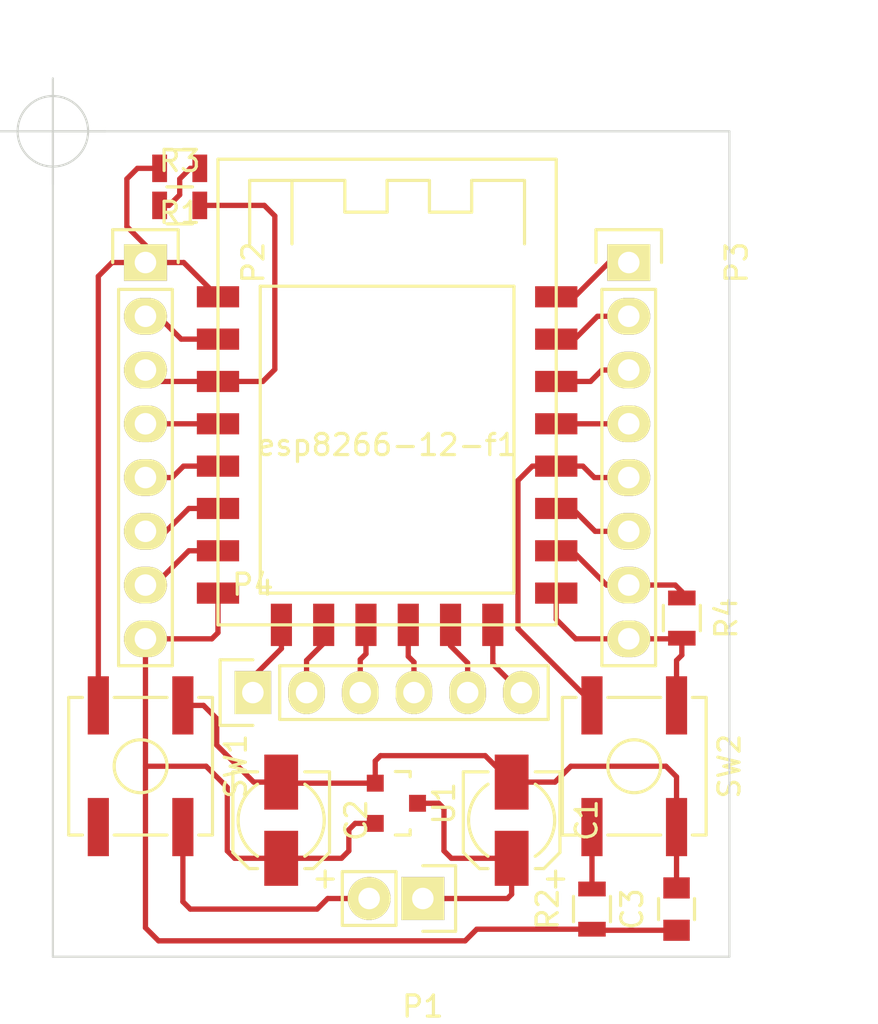
<source format=kicad_pcb>
(kicad_pcb (version 4) (host pcbnew 4.0.4+e1-6308~48~ubuntu16.04.1-stable)

  (general
    (links 48)
    (no_connects 5)
    (area 133.5 67.3 178.421429 115.425)
    (thickness 1.6)
    (drawings 7)
    (tracks 144)
    (zones 0)
    (modules 15)
    (nets 24)
  )

  (page A4)
  (layers
    (0 F.Cu signal)
    (31 B.Cu signal)
    (32 B.Adhes user)
    (33 F.Adhes user)
    (34 B.Paste user)
    (35 F.Paste user)
    (36 B.SilkS user)
    (37 F.SilkS user)
    (38 B.Mask user)
    (39 F.Mask user)
    (40 Dwgs.User user)
    (41 Cmts.User user)
    (42 Eco1.User user)
    (43 Eco2.User user)
    (44 Edge.Cuts user)
    (45 Margin user)
    (46 B.CrtYd user)
    (47 F.CrtYd user hide)
    (48 B.Fab user)
    (49 F.Fab user)
  )

  (setup
    (last_trace_width 0.25)
    (trace_clearance 0.2)
    (zone_clearance 0.508)
    (zone_45_only no)
    (trace_min 0.2)
    (segment_width 0.2)
    (edge_width 0.1)
    (via_size 0.6)
    (via_drill 0.4)
    (via_min_size 0.4)
    (via_min_drill 0.3)
    (uvia_size 0.3)
    (uvia_drill 0.1)
    (uvias_allowed no)
    (uvia_min_size 0.2)
    (uvia_min_drill 0.1)
    (pcb_text_width 0.3)
    (pcb_text_size 1.5 1.5)
    (mod_edge_width 0.15)
    (mod_text_size 1 1)
    (mod_text_width 0.15)
    (pad_size 1.5 1.5)
    (pad_drill 0.6)
    (pad_to_mask_clearance 0)
    (aux_axis_origin 115 77)
    (visible_elements FFFEFF5F)
    (pcbplotparams
      (layerselection 0x00030_80000001)
      (usegerberextensions false)
      (excludeedgelayer true)
      (linewidth 0.100000)
      (plotframeref false)
      (viasonmask false)
      (mode 1)
      (useauxorigin false)
      (hpglpennumber 1)
      (hpglpenspeed 20)
      (hpglpendiameter 15)
      (hpglpenoverlay 2)
      (psnegative false)
      (psa4output false)
      (plotreference true)
      (plotvalue true)
      (plotinvisibletext false)
      (padsonsilk false)
      (subtractmaskfromsilk false)
      (outputformat 1)
      (mirror false)
      (drillshape 1)
      (scaleselection 1)
      (outputdirectory ""))
  )

  (net 0 "")
  (net 1 "Net-(C1-Pad1)")
  (net 2 GND)
  (net 3 VCC)
  (net 4 /RST)
  (net 5 /ADC)
  (net 6 /EN)
  (net 7 /GPIO16)
  (net 8 /GPIO14)
  (net 9 /GPIO12)
  (net 10 /GPIO13)
  (net 11 /CS0)
  (net 12 /MISO)
  (net 13 /GPIO9)
  (net 14 /GPIO10)
  (net 15 /MOSI)
  (net 16 /SCLK)
  (net 17 /GPIO15)
  (net 18 /GPIO2)
  (net 19 /GPIO0)
  (net 20 /GPIO4)
  (net 21 /GPIO5)
  (net 22 /RXD)
  (net 23 /TXD)

  (net_class Default "Это класс цепей по умолчанию."
    (clearance 0.2)
    (trace_width 0.25)
    (via_dia 0.6)
    (via_drill 0.4)
    (uvia_dia 0.3)
    (uvia_drill 0.1)
    (add_net /ADC)
    (add_net /CS0)
    (add_net /EN)
    (add_net /GPIO0)
    (add_net /GPIO10)
    (add_net /GPIO12)
    (add_net /GPIO13)
    (add_net /GPIO14)
    (add_net /GPIO15)
    (add_net /GPIO16)
    (add_net /GPIO2)
    (add_net /GPIO4)
    (add_net /GPIO5)
    (add_net /GPIO9)
    (add_net /MISO)
    (add_net /MOSI)
    (add_net /RST)
    (add_net /RXD)
    (add_net /SCLK)
    (add_net /TXD)
    (add_net GND)
    (add_net "Net-(C1-Pad1)")
    (add_net VCC)
  )

  (module Socket_Strips:Socket_Strip_Straight_1x08 locked (layer F.Cu) (tedit 0) (tstamp 58115C9E)
    (at 163.24 79.2 270)
    (descr "Through hole socket strip")
    (tags "socket strip")
    (path /5811AC52)
    (fp_text reference P3 (at 0 -5.1 270) (layer F.SilkS)
      (effects (font (size 1 1) (thickness 0.15)))
    )
    (fp_text value CONN_01X08 (at 0 -3.1 270) (layer F.Fab)
      (effects (font (size 1 1) (thickness 0.15)))
    )
    (fp_line (start -1.75 -1.75) (end -1.75 1.75) (layer F.CrtYd) (width 0.05))
    (fp_line (start 19.55 -1.75) (end 19.55 1.75) (layer F.CrtYd) (width 0.05))
    (fp_line (start -1.75 -1.75) (end 19.55 -1.75) (layer F.CrtYd) (width 0.05))
    (fp_line (start -1.75 1.75) (end 19.55 1.75) (layer F.CrtYd) (width 0.05))
    (fp_line (start 1.27 1.27) (end 19.05 1.27) (layer F.SilkS) (width 0.15))
    (fp_line (start 19.05 1.27) (end 19.05 -1.27) (layer F.SilkS) (width 0.15))
    (fp_line (start 19.05 -1.27) (end 1.27 -1.27) (layer F.SilkS) (width 0.15))
    (fp_line (start -1.55 1.55) (end 0 1.55) (layer F.SilkS) (width 0.15))
    (fp_line (start 1.27 1.27) (end 1.27 -1.27) (layer F.SilkS) (width 0.15))
    (fp_line (start 0 -1.55) (end -1.55 -1.55) (layer F.SilkS) (width 0.15))
    (fp_line (start -1.55 -1.55) (end -1.55 1.55) (layer F.SilkS) (width 0.15))
    (pad 1 thru_hole rect (at 0 0 270) (size 1.7272 2.032) (drill 1.016) (layers *.Cu *.Mask F.SilkS)
      (net 23 /TXD))
    (pad 2 thru_hole oval (at 2.54 0 270) (size 1.7272 2.032) (drill 1.016) (layers *.Cu *.Mask F.SilkS)
      (net 22 /RXD))
    (pad 3 thru_hole oval (at 5.08 0 270) (size 1.7272 2.032) (drill 1.016) (layers *.Cu *.Mask F.SilkS)
      (net 21 /GPIO5))
    (pad 4 thru_hole oval (at 7.62 0 270) (size 1.7272 2.032) (drill 1.016) (layers *.Cu *.Mask F.SilkS)
      (net 20 /GPIO4))
    (pad 5 thru_hole oval (at 10.16 0 270) (size 1.7272 2.032) (drill 1.016) (layers *.Cu *.Mask F.SilkS)
      (net 19 /GPIO0))
    (pad 6 thru_hole oval (at 12.7 0 270) (size 1.7272 2.032) (drill 1.016) (layers *.Cu *.Mask F.SilkS)
      (net 18 /GPIO2))
    (pad 7 thru_hole oval (at 15.24 0 270) (size 1.7272 2.032) (drill 1.016) (layers *.Cu *.Mask F.SilkS)
      (net 17 /GPIO15))
    (pad 8 thru_hole oval (at 17.78 0 270) (size 1.7272 2.032) (drill 1.016) (layers *.Cu *.Mask F.SilkS)
      (net 2 GND))
    (model Socket_Strips.3dshapes/Socket_Strip_Straight_1x08.wrl
      (at (xyz 0.35 0 0))
      (scale (xyz 1 1 1))
      (rotate (xyz 0 0 180))
    )
  )

  (module Socket_Strips:Socket_Strip_Straight_1x08 locked (layer F.Cu) (tedit 0) (tstamp 58115C87)
    (at 140.38 79.2 270)
    (descr "Through hole socket strip")
    (tags "socket strip")
    (path /5811B8FF)
    (fp_text reference P2 (at 0 -5.1 270) (layer F.SilkS)
      (effects (font (size 1 1) (thickness 0.15)))
    )
    (fp_text value CONN_01X08 (at 0 -3.1 270) (layer F.Fab)
      (effects (font (size 1 1) (thickness 0.15)))
    )
    (fp_line (start -1.75 -1.75) (end -1.75 1.75) (layer F.CrtYd) (width 0.05))
    (fp_line (start 19.55 -1.75) (end 19.55 1.75) (layer F.CrtYd) (width 0.05))
    (fp_line (start -1.75 -1.75) (end 19.55 -1.75) (layer F.CrtYd) (width 0.05))
    (fp_line (start -1.75 1.75) (end 19.55 1.75) (layer F.CrtYd) (width 0.05))
    (fp_line (start 1.27 1.27) (end 19.05 1.27) (layer F.SilkS) (width 0.15))
    (fp_line (start 19.05 1.27) (end 19.05 -1.27) (layer F.SilkS) (width 0.15))
    (fp_line (start 19.05 -1.27) (end 1.27 -1.27) (layer F.SilkS) (width 0.15))
    (fp_line (start -1.55 1.55) (end 0 1.55) (layer F.SilkS) (width 0.15))
    (fp_line (start 1.27 1.27) (end 1.27 -1.27) (layer F.SilkS) (width 0.15))
    (fp_line (start 0 -1.55) (end -1.55 -1.55) (layer F.SilkS) (width 0.15))
    (fp_line (start -1.55 -1.55) (end -1.55 1.55) (layer F.SilkS) (width 0.15))
    (pad 1 thru_hole rect (at 0 0 270) (size 1.7272 2.032) (drill 1.016) (layers *.Cu *.Mask F.SilkS)
      (net 4 /RST))
    (pad 2 thru_hole oval (at 2.54 0 270) (size 1.7272 2.032) (drill 1.016) (layers *.Cu *.Mask F.SilkS)
      (net 5 /ADC))
    (pad 3 thru_hole oval (at 5.08 0 270) (size 1.7272 2.032) (drill 1.016) (layers *.Cu *.Mask F.SilkS)
      (net 6 /EN))
    (pad 4 thru_hole oval (at 7.62 0 270) (size 1.7272 2.032) (drill 1.016) (layers *.Cu *.Mask F.SilkS)
      (net 7 /GPIO16))
    (pad 5 thru_hole oval (at 10.16 0 270) (size 1.7272 2.032) (drill 1.016) (layers *.Cu *.Mask F.SilkS)
      (net 8 /GPIO14))
    (pad 6 thru_hole oval (at 12.7 0 270) (size 1.7272 2.032) (drill 1.016) (layers *.Cu *.Mask F.SilkS)
      (net 9 /GPIO12))
    (pad 7 thru_hole oval (at 15.24 0 270) (size 1.7272 2.032) (drill 1.016) (layers *.Cu *.Mask F.SilkS)
      (net 10 /GPIO13))
    (pad 8 thru_hole oval (at 17.78 0 270) (size 1.7272 2.032) (drill 1.016) (layers *.Cu *.Mask F.SilkS)
      (net 3 VCC))
    (model Socket_Strips.3dshapes/Socket_Strip_Straight_1x08.wrl
      (at (xyz 0.35 0 0))
      (scale (xyz 1 1 1))
      (rotate (xyz 0 0 180))
    )
  )

  (module Buttons_Switches_SMD:SW_SPST_B3SL-1002P placed (layer F.Cu) (tedit 56ED9E57) (tstamp 58115D15)
    (at 163.5 103 270)
    (descr "Middle Stroke Tactile Switch, B3SL")
    (tags "Middle Stroke Tactile Switch")
    (path /58118E9E)
    (attr smd)
    (fp_text reference SW2 (at 0 -4.5 270) (layer F.SilkS)
      (effects (font (size 1 1) (thickness 0.15)))
    )
    (fp_text value SW_PUSH (at 0 4.75 270) (layer F.Fab)
      (effects (font (size 1 1) (thickness 0.15)))
    )
    (fp_circle (center 0 0) (end 1.25 0) (layer F.SilkS) (width 0.15))
    (fp_line (start -4.5 3.65) (end 4.5 3.65) (layer F.CrtYd) (width 0.05))
    (fp_line (start 4.5 3.65) (end 4.5 -3.65) (layer F.CrtYd) (width 0.05))
    (fp_line (start 4.5 -3.65) (end -4.5 -3.65) (layer F.CrtYd) (width 0.05))
    (fp_line (start -4.5 -3.65) (end -4.5 3.65) (layer F.CrtYd) (width 0.05))
    (fp_line (start 3.25 2.75) (end 3.25 3.4) (layer F.SilkS) (width 0.15))
    (fp_line (start 3.25 3.4) (end -3.25 3.4) (layer F.SilkS) (width 0.15))
    (fp_line (start -3.25 3.4) (end -3.25 2.75) (layer F.SilkS) (width 0.15))
    (fp_line (start 3.25 -2.75) (end 3.25 -3.4) (layer F.SilkS) (width 0.15))
    (fp_line (start 3.25 -3.4) (end -3.25 -3.4) (layer F.SilkS) (width 0.15))
    (fp_line (start -3.25 -3.4) (end -3.25 -2.75) (layer F.SilkS) (width 0.15))
    (fp_line (start 3.25 -1.25) (end 3.25 1.25) (layer F.SilkS) (width 0.15))
    (fp_line (start -3.25 -1.25) (end -3.25 1.25) (layer F.SilkS) (width 0.15))
    (fp_line (start -3.1 -3.25) (end 3.1 -3.25) (layer F.Fab) (width 0.15))
    (fp_line (start 3.1 -3.25) (end 3.1 3.25) (layer F.Fab) (width 0.15))
    (fp_line (start 3.1 3.25) (end -3.1 3.25) (layer F.Fab) (width 0.15))
    (fp_line (start -3.1 3.25) (end -3.1 -3.25) (layer F.Fab) (width 0.15))
    (pad 1 smd rect (at -2.875 -2 270) (size 2.75 1) (layers F.Cu F.Paste F.Mask)
      (net 2 GND))
    (pad 1 smd rect (at 2.875 -2 270) (size 2.75 1) (layers F.Cu F.Paste F.Mask)
      (net 2 GND))
    (pad 2 smd rect (at 2.875 2 270) (size 2.75 1) (layers F.Cu F.Paste F.Mask)
      (net 19 /GPIO0))
    (pad 2 smd rect (at -2.875 2 270) (size 2.75 1) (layers F.Cu F.Paste F.Mask)
      (net 19 /GPIO0))
  )

  (module Buttons_Switches_SMD:SW_SPST_B3SL-1002P placed (layer F.Cu) (tedit 56ED9E57) (tstamp 58115CFC)
    (at 140.15 103 270)
    (descr "Middle Stroke Tactile Switch, B3SL")
    (tags "Middle Stroke Tactile Switch")
    (path /581186E4)
    (attr smd)
    (fp_text reference SW1 (at 0 -4.5 270) (layer F.SilkS)
      (effects (font (size 1 1) (thickness 0.15)))
    )
    (fp_text value SW_PUSH (at 0 4.75 270) (layer F.Fab)
      (effects (font (size 1 1) (thickness 0.15)))
    )
    (fp_circle (center 0 0) (end 1.25 0) (layer F.SilkS) (width 0.15))
    (fp_line (start -4.5 3.65) (end 4.5 3.65) (layer F.CrtYd) (width 0.05))
    (fp_line (start 4.5 3.65) (end 4.5 -3.65) (layer F.CrtYd) (width 0.05))
    (fp_line (start 4.5 -3.65) (end -4.5 -3.65) (layer F.CrtYd) (width 0.05))
    (fp_line (start -4.5 -3.65) (end -4.5 3.65) (layer F.CrtYd) (width 0.05))
    (fp_line (start 3.25 2.75) (end 3.25 3.4) (layer F.SilkS) (width 0.15))
    (fp_line (start 3.25 3.4) (end -3.25 3.4) (layer F.SilkS) (width 0.15))
    (fp_line (start -3.25 3.4) (end -3.25 2.75) (layer F.SilkS) (width 0.15))
    (fp_line (start 3.25 -2.75) (end 3.25 -3.4) (layer F.SilkS) (width 0.15))
    (fp_line (start 3.25 -3.4) (end -3.25 -3.4) (layer F.SilkS) (width 0.15))
    (fp_line (start -3.25 -3.4) (end -3.25 -2.75) (layer F.SilkS) (width 0.15))
    (fp_line (start 3.25 -1.25) (end 3.25 1.25) (layer F.SilkS) (width 0.15))
    (fp_line (start -3.25 -1.25) (end -3.25 1.25) (layer F.SilkS) (width 0.15))
    (fp_line (start -3.1 -3.25) (end 3.1 -3.25) (layer F.Fab) (width 0.15))
    (fp_line (start 3.1 -3.25) (end 3.1 3.25) (layer F.Fab) (width 0.15))
    (fp_line (start 3.1 3.25) (end -3.1 3.25) (layer F.Fab) (width 0.15))
    (fp_line (start -3.1 3.25) (end -3.1 -3.25) (layer F.Fab) (width 0.15))
    (pad 1 smd rect (at -2.875 -2 270) (size 2.75 1) (layers F.Cu F.Paste F.Mask)
      (net 2 GND))
    (pad 1 smd rect (at 2.875 -2 270) (size 2.75 1) (layers F.Cu F.Paste F.Mask)
      (net 2 GND))
    (pad 2 smd rect (at 2.875 2 270) (size 2.75 1) (layers F.Cu F.Paste F.Mask)
      (net 4 /RST))
    (pad 2 smd rect (at -2.875 2 270) (size 2.75 1) (layers F.Cu F.Paste F.Mask)
      (net 4 /RST))
  )

  (module Capacitors_SMD:c_elec_4x5.8 placed (layer F.Cu) (tedit 57FA4419) (tstamp 58115C05)
    (at 157.7 105.55 90)
    (descr "SMT capacitor, aluminium electrolytic, 4x5.8")
    (path /5811CEF2)
    (attr smd)
    (fp_text reference C1 (at 0 3.5433 90) (layer F.SilkS)
      (effects (font (size 1 1) (thickness 0.15)))
    )
    (fp_text value 10μf (at 0 -3.5433 90) (layer F.Fab)
      (effects (font (size 1 1) (thickness 0.15)))
    )
    (fp_text user + (at -1.1176 -0.0635 90) (layer F.Fab)
      (effects (font (size 1 1) (thickness 0.15)))
    )
    (fp_line (start 2.1336 2.1336) (end 2.1336 -2.1336) (layer F.Fab) (width 0.15))
    (fp_line (start -1.4605 2.1336) (end 2.1336 2.1336) (layer F.Fab) (width 0.15))
    (fp_line (start -2.1336 1.4605) (end -1.4605 2.1336) (layer F.Fab) (width 0.15))
    (fp_line (start -2.1336 -1.4605) (end -2.1336 1.4605) (layer F.Fab) (width 0.15))
    (fp_line (start -1.4605 -2.1336) (end -2.1336 -1.4605) (layer F.Fab) (width 0.15))
    (fp_line (start 2.1336 -2.1336) (end -1.4605 -2.1336) (layer F.Fab) (width 0.15))
    (fp_arc (start 0 0) (end 1.7018 1.1176) (angle 113.5052292) (layer F.SilkS) (width 0.15))
    (fp_arc (start 0 0) (end -1.7018 -1.1176) (angle 113.4128735) (layer F.SilkS) (width 0.15))
    (fp_line (start -2.286 1.524) (end -2.286 1.1176) (layer F.SilkS) (width 0.15))
    (fp_line (start 2.286 2.286) (end 2.286 1.1176) (layer F.SilkS) (width 0.15))
    (fp_line (start 2.286 -2.286) (end 2.286 -1.1176) (layer F.SilkS) (width 0.15))
    (fp_line (start -2.286 -1.524) (end -2.286 -1.1176) (layer F.SilkS) (width 0.15))
    (fp_text user + (at -2.7813 2.0066 90) (layer F.SilkS)
      (effects (font (size 1 1) (thickness 0.15)))
    )
    (fp_line (start 3.35 -2.65) (end -3.35 -2.65) (layer F.CrtYd) (width 0.05))
    (fp_line (start -3.35 -2.65) (end -3.35 2.65) (layer F.CrtYd) (width 0.05))
    (fp_line (start -3.35 2.65) (end 3.35 2.65) (layer F.CrtYd) (width 0.05))
    (fp_line (start 3.35 2.65) (end 3.35 -2.65) (layer F.CrtYd) (width 0.05))
    (fp_line (start -1.524 2.286) (end 2.286 2.286) (layer F.SilkS) (width 0.15))
    (fp_line (start -1.524 2.286) (end -2.286 1.524) (layer F.SilkS) (width 0.15))
    (fp_line (start -1.524 -2.286) (end 2.286 -2.286) (layer F.SilkS) (width 0.15))
    (fp_line (start -1.524 -2.286) (end -2.286 -1.524) (layer F.SilkS) (width 0.15))
    (pad 1 smd rect (at -1.8 0 270) (size 2.6 1.6) (layers F.Cu F.Paste F.Mask)
      (net 1 "Net-(C1-Pad1)"))
    (pad 2 smd rect (at 1.8 0 270) (size 2.6 1.6) (layers F.Cu F.Paste F.Mask)
      (net 2 GND))
    (model Capacitors_SMD.3dshapes/c_elec_4x5.8.wrl
      (at (xyz 0 0 0))
      (scale (xyz 1 1 1))
      (rotate (xyz 0 0 180))
    )
  )

  (module Capacitors_SMD:c_elec_4x5.8 placed (layer F.Cu) (tedit 581289CF) (tstamp 58115C21)
    (at 146.8 105.55 90)
    (descr "SMT capacitor, aluminium electrolytic, 4x5.8")
    (path /5811CF67)
    (attr smd)
    (fp_text reference C2 (at 0 3.5433 90) (layer F.SilkS)
      (effects (font (size 1 1) (thickness 0.15)))
    )
    (fp_text value 10μf (at 0 -3.5433 90) (layer F.Fab)
      (effects (font (size 1 1) (thickness 0.15)))
    )
    (fp_text user + (at -1.1176 -0.0635 90) (layer F.Fab)
      (effects (font (size 1 1) (thickness 0.15)))
    )
    (fp_line (start 2.1336 2.1336) (end 2.1336 -2.1336) (layer F.Fab) (width 0.15))
    (fp_line (start -1.4605 2.1336) (end 2.1336 2.1336) (layer F.Fab) (width 0.15))
    (fp_line (start -2.1336 1.4605) (end -1.4605 2.1336) (layer F.Fab) (width 0.15))
    (fp_line (start -2.1336 -1.4605) (end -2.1336 1.4605) (layer F.Fab) (width 0.15))
    (fp_line (start -1.4605 -2.1336) (end -2.1336 -1.4605) (layer F.Fab) (width 0.15))
    (fp_line (start 2.1336 -2.1336) (end -1.4605 -2.1336) (layer F.Fab) (width 0.15))
    (fp_arc (start 0 0) (end 1.7018 1.1176) (angle 113.5052292) (layer F.SilkS) (width 0.15))
    (fp_arc (start 0 0) (end -1.7018 -1.1176) (angle 113.4128735) (layer F.SilkS) (width 0.15))
    (fp_line (start -2.286 1.524) (end -2.286 1.1176) (layer F.SilkS) (width 0.15))
    (fp_line (start 2.286 2.286) (end 2.286 1.1176) (layer F.SilkS) (width 0.15))
    (fp_line (start 2.286 -2.286) (end 2.286 -1.1176) (layer F.SilkS) (width 0.15))
    (fp_line (start -2.286 -1.524) (end -2.286 -1.1176) (layer F.SilkS) (width 0.15))
    (fp_text user + (at -2.7813 2.0066 90) (layer F.SilkS)
      (effects (font (size 1 1) (thickness 0.15)))
    )
    (fp_line (start 3.35 -2.65) (end -3.35 -2.65) (layer F.CrtYd) (width 0.05))
    (fp_line (start -3.35 -2.65) (end -3.35 2.65) (layer F.CrtYd) (width 0.05))
    (fp_line (start -3.35 2.65) (end 3.35 2.65) (layer F.CrtYd) (width 0.05))
    (fp_line (start 3.35 2.65) (end 3.35 -2.65) (layer F.CrtYd) (width 0.05))
    (fp_line (start -1.524 2.286) (end 2.286 2.286) (layer F.SilkS) (width 0.15))
    (fp_line (start -1.524 2.286) (end -2.286 1.524) (layer F.SilkS) (width 0.15))
    (fp_line (start -1.524 -2.286) (end 2.286 -2.286) (layer F.SilkS) (width 0.15))
    (fp_line (start -1.524 -2.286) (end -2.286 -1.524) (layer F.SilkS) (width 0.15))
    (pad 1 smd rect (at -1.8 0 270) (size 2.6 1.6) (layers F.Cu F.Paste F.Mask)
      (net 3 VCC))
    (pad 2 smd rect (at 1.8 0 270) (size 2.6 1.6) (layers F.Cu F.Paste F.Mask)
      (net 2 GND))
    (model Capacitors_SMD.3dshapes/c_elec_4x5.8.wrl
      (at (xyz 0 0 0))
      (scale (xyz 1 1 1))
      (rotate (xyz 0 0 180))
    )
  )

  (module Capacitors_SMD:C_0805 placed (layer F.Cu) (tedit 58128674) (tstamp 58115C31)
    (at 165.5 109.75 90)
    (descr "Capacitor SMD 0805, reflow soldering, AVX (see smccp.pdf)")
    (tags "capacitor 0805")
    (path /58114BC5)
    (attr smd)
    (fp_text reference C3 (at 0 -2.1 90) (layer F.SilkS)
      (effects (font (size 1 1) (thickness 0.15)))
    )
    (fp_text value 100μ (at 0 2.1 90) (layer F.Fab) hide
      (effects (font (size 1 1) (thickness 0.15)))
    )
    (fp_line (start -1 0.625) (end -1 -0.625) (layer F.Fab) (width 0.15))
    (fp_line (start 1 0.625) (end -1 0.625) (layer F.Fab) (width 0.15))
    (fp_line (start 1 -0.625) (end 1 0.625) (layer F.Fab) (width 0.15))
    (fp_line (start -1 -0.625) (end 1 -0.625) (layer F.Fab) (width 0.15))
    (fp_line (start -1.8 -1) (end 1.8 -1) (layer F.CrtYd) (width 0.05))
    (fp_line (start -1.8 1) (end 1.8 1) (layer F.CrtYd) (width 0.05))
    (fp_line (start -1.8 -1) (end -1.8 1) (layer F.CrtYd) (width 0.05))
    (fp_line (start 1.8 -1) (end 1.8 1) (layer F.CrtYd) (width 0.05))
    (fp_line (start 0.5 -0.85) (end -0.5 -0.85) (layer F.SilkS) (width 0.15))
    (fp_line (start -0.5 0.85) (end 0.5 0.85) (layer F.SilkS) (width 0.15))
    (pad 1 smd rect (at -1 0 90) (size 1 1.25) (layers F.Cu F.Paste F.Mask)
      (net 3 VCC))
    (pad 2 smd rect (at 1 0 90) (size 1 1.25) (layers F.Cu F.Paste F.Mask)
      (net 2 GND))
    (model Capacitors_SMD.3dshapes/C_0805.wrl
      (at (xyz 0 0 0))
      (scale (xyz 1 1 1))
      (rotate (xyz 0 0 0))
    )
  )

  (module esp8266:esp8266-12f locked (layer F.Cu) (tedit 5810E4F3) (tstamp 58115C5F)
    (at 151.81 86.82)
    (path /58124A22)
    (fp_text reference esp8266-12-f1 (at 0 1) (layer F.SilkS)
      (effects (font (size 1 1) (thickness 0.15)))
    )
    (fp_text value esp8266-12f (at 0 -1) (layer F.Fab)
      (effects (font (size 1 1) (thickness 0.15)))
    )
    (fp_line (start -6 -6.5) (end 6 -6.5) (layer F.SilkS) (width 0.15))
    (fp_line (start 6 -6.5) (end 6 8) (layer F.SilkS) (width 0.15))
    (fp_line (start 6 8) (end -6 8) (layer F.SilkS) (width 0.15))
    (fp_line (start -6 8) (end -6 -6.5) (layer F.SilkS) (width 0.15))
    (fp_line (start -4.5 -8.5) (end -4.5 -11.5) (layer F.SilkS) (width 0.15))
    (fp_line (start -6.5 -8.5) (end -6.5 -11.5) (layer F.SilkS) (width 0.15))
    (fp_line (start -6.5 -11.5) (end -2 -11.5) (layer F.SilkS) (width 0.15))
    (fp_line (start -2 -11.5) (end -2 -10) (layer F.SilkS) (width 0.15))
    (fp_line (start -2 -10) (end 0 -10) (layer F.SilkS) (width 0.15))
    (fp_line (start 0 -10) (end 0 -11.5) (layer F.SilkS) (width 0.15))
    (fp_line (start 0 -11.5) (end 2 -11.5) (layer F.SilkS) (width 0.15))
    (fp_line (start 2 -11.5) (end 2 -10) (layer F.SilkS) (width 0.15))
    (fp_line (start 2 -10) (end 4 -10) (layer F.SilkS) (width 0.15))
    (fp_line (start 4 -10) (end 4 -11.5) (layer F.SilkS) (width 0.15))
    (fp_line (start 4 -11.5) (end 6.5 -11.5) (layer F.SilkS) (width 0.15))
    (fp_line (start 6.5 -11.5) (end 6.5 -8.5) (layer F.SilkS) (width 0.15))
    (fp_line (start -8 -12.5) (end 8 -12.5) (layer F.SilkS) (width 0.15))
    (fp_line (start 8 -12.5) (end 8 9.5) (layer F.SilkS) (width 0.15))
    (fp_line (start 8 9.5) (end -8 9.5) (layer F.SilkS) (width 0.15))
    (fp_line (start -8 9.5) (end -8 -12.5) (layer F.SilkS) (width 0.15))
    (pad 1 smd rect (at -8 -6) (size 2 1) (layers F.Cu F.Paste F.Mask)
      (net 4 /RST))
    (pad 2 smd rect (at -8 -4) (size 2 1) (layers F.Cu F.Paste F.Mask)
      (net 5 /ADC))
    (pad 3 smd rect (at -8 -2) (size 2 1) (layers F.Cu F.Paste F.Mask)
      (net 6 /EN))
    (pad 4 smd rect (at -8 0) (size 2 1) (layers F.Cu F.Paste F.Mask)
      (net 7 /GPIO16))
    (pad 5 smd rect (at -8 2) (size 2 1) (layers F.Cu F.Paste F.Mask)
      (net 8 /GPIO14))
    (pad 6 smd rect (at -8 4) (size 2 1) (layers F.Cu F.Paste F.Mask)
      (net 9 /GPIO12))
    (pad 7 smd rect (at -8 6) (size 2 1) (layers F.Cu F.Paste F.Mask)
      (net 10 /GPIO13))
    (pad 8 smd rect (at -8 8) (size 2 1) (layers F.Cu F.Paste F.Mask)
      (net 3 VCC))
    (pad 9 smd rect (at -5 9.5) (size 1 2) (layers F.Cu F.Paste F.Mask)
      (net 11 /CS0))
    (pad 10 smd rect (at -3 9.5) (size 1 2) (layers F.Cu F.Paste F.Mask)
      (net 12 /MISO))
    (pad 11 smd rect (at -1 9.5) (size 1 2) (layers F.Cu F.Paste F.Mask)
      (net 13 /GPIO9))
    (pad 12 smd rect (at 1 9.5) (size 1 2) (layers F.Cu F.Paste F.Mask)
      (net 14 /GPIO10))
    (pad 13 smd rect (at 3 9.5) (size 1 2) (layers F.Cu F.Paste F.Mask)
      (net 15 /MOSI))
    (pad 14 smd rect (at 5 9.5) (size 1 2) (layers F.Cu F.Paste F.Mask)
      (net 16 /SCLK))
    (pad 15 smd rect (at 8 8) (size 2 1) (layers F.Cu F.Paste F.Mask)
      (net 2 GND))
    (pad 16 smd rect (at 8 6) (size 2 1) (layers F.Cu F.Paste F.Mask)
      (net 17 /GPIO15))
    (pad 17 smd rect (at 8 4) (size 2 1) (layers F.Cu F.Paste F.Mask)
      (net 18 /GPIO2))
    (pad 18 smd rect (at 8 2) (size 2 1) (layers F.Cu F.Paste F.Mask)
      (net 19 /GPIO0))
    (pad 19 smd rect (at 8 0) (size 2 1) (layers F.Cu F.Paste F.Mask)
      (net 20 /GPIO4))
    (pad 20 smd rect (at 8 -2) (size 2 1) (layers F.Cu F.Paste F.Mask)
      (net 21 /GPIO5))
    (pad 21 smd rect (at 8 -4) (size 2 1) (layers F.Cu F.Paste F.Mask)
      (net 22 /RXD))
    (pad 22 smd rect (at 8 -6) (size 2 1) (layers F.Cu F.Paste F.Mask)
      (net 23 /TXD))
  )

  (module Socket_Strips:Socket_Strip_Straight_1x02 placed (layer F.Cu) (tedit 54E9F75E) (tstamp 58115C70)
    (at 153.5 109.25 180)
    (descr "Through hole socket strip")
    (tags "socket strip")
    (path /58112D2B)
    (fp_text reference P1 (at 0 -5.1 180) (layer F.SilkS)
      (effects (font (size 1 1) (thickness 0.15)))
    )
    (fp_text value VIN (at 0 -3.1 180) (layer F.Fab)
      (effects (font (size 1 1) (thickness 0.15)))
    )
    (fp_line (start -1.55 1.55) (end 0 1.55) (layer F.SilkS) (width 0.15))
    (fp_line (start 3.81 1.27) (end 1.27 1.27) (layer F.SilkS) (width 0.15))
    (fp_line (start -1.75 -1.75) (end -1.75 1.75) (layer F.CrtYd) (width 0.05))
    (fp_line (start 4.3 -1.75) (end 4.3 1.75) (layer F.CrtYd) (width 0.05))
    (fp_line (start -1.75 -1.75) (end 4.3 -1.75) (layer F.CrtYd) (width 0.05))
    (fp_line (start -1.75 1.75) (end 4.3 1.75) (layer F.CrtYd) (width 0.05))
    (fp_line (start 1.27 1.27) (end 1.27 -1.27) (layer F.SilkS) (width 0.15))
    (fp_line (start 0 -1.55) (end -1.55 -1.55) (layer F.SilkS) (width 0.15))
    (fp_line (start -1.55 -1.55) (end -1.55 1.55) (layer F.SilkS) (width 0.15))
    (fp_line (start 1.27 -1.27) (end 3.81 -1.27) (layer F.SilkS) (width 0.15))
    (fp_line (start 3.81 -1.27) (end 3.81 1.27) (layer F.SilkS) (width 0.15))
    (pad 1 thru_hole rect (at 0 0 180) (size 2.032 2.032) (drill 1.016) (layers *.Cu *.Mask F.SilkS)
      (net 1 "Net-(C1-Pad1)"))
    (pad 2 thru_hole oval (at 2.54 0 180) (size 2.032 2.032) (drill 1.016) (layers *.Cu *.Mask F.SilkS)
      (net 2 GND))
    (model Socket_Strips.3dshapes/Socket_Strip_Straight_1x02.wrl
      (at (xyz 0.05 0 0))
      (scale (xyz 1 1 1))
      (rotate (xyz 0 0 180))
    )
  )

  (module Socket_Strips:Socket_Strip_Straight_1x06 locked (layer F.Cu) (tedit 0) (tstamp 58115CB3)
    (at 145.46 99.52)
    (descr "Through hole socket strip")
    (tags "socket strip")
    (path /5811C922)
    (fp_text reference P4 (at 0 -5.1) (layer F.SilkS)
      (effects (font (size 1 1) (thickness 0.15)))
    )
    (fp_text value CONN_01X06 (at 0 -3.1) (layer F.Fab)
      (effects (font (size 1 1) (thickness 0.15)))
    )
    (fp_line (start -1.75 -1.75) (end -1.75 1.75) (layer F.CrtYd) (width 0.05))
    (fp_line (start 14.45 -1.75) (end 14.45 1.75) (layer F.CrtYd) (width 0.05))
    (fp_line (start -1.75 -1.75) (end 14.45 -1.75) (layer F.CrtYd) (width 0.05))
    (fp_line (start -1.75 1.75) (end 14.45 1.75) (layer F.CrtYd) (width 0.05))
    (fp_line (start 1.27 1.27) (end 13.97 1.27) (layer F.SilkS) (width 0.15))
    (fp_line (start 13.97 1.27) (end 13.97 -1.27) (layer F.SilkS) (width 0.15))
    (fp_line (start 13.97 -1.27) (end 1.27 -1.27) (layer F.SilkS) (width 0.15))
    (fp_line (start -1.55 1.55) (end 0 1.55) (layer F.SilkS) (width 0.15))
    (fp_line (start 1.27 1.27) (end 1.27 -1.27) (layer F.SilkS) (width 0.15))
    (fp_line (start 0 -1.55) (end -1.55 -1.55) (layer F.SilkS) (width 0.15))
    (fp_line (start -1.55 -1.55) (end -1.55 1.55) (layer F.SilkS) (width 0.15))
    (pad 1 thru_hole rect (at 0 0) (size 1.7272 2.032) (drill 1.016) (layers *.Cu *.Mask F.SilkS)
      (net 11 /CS0))
    (pad 2 thru_hole oval (at 2.54 0) (size 1.7272 2.032) (drill 1.016) (layers *.Cu *.Mask F.SilkS)
      (net 12 /MISO))
    (pad 3 thru_hole oval (at 5.08 0) (size 1.7272 2.032) (drill 1.016) (layers *.Cu *.Mask F.SilkS)
      (net 13 /GPIO9))
    (pad 4 thru_hole oval (at 7.62 0) (size 1.7272 2.032) (drill 1.016) (layers *.Cu *.Mask F.SilkS)
      (net 14 /GPIO10))
    (pad 5 thru_hole oval (at 10.16 0) (size 1.7272 2.032) (drill 1.016) (layers *.Cu *.Mask F.SilkS)
      (net 15 /MOSI))
    (pad 6 thru_hole oval (at 12.7 0) (size 1.7272 2.032) (drill 1.016) (layers *.Cu *.Mask F.SilkS)
      (net 16 /SCLK))
    (model Socket_Strips.3dshapes/Socket_Strip_Straight_1x06.wrl
      (at (xyz 0.25 0 0))
      (scale (xyz 1 1 1))
      (rotate (xyz 0 0 180))
    )
  )

  (module Resistors_SMD:R_0805 placed (layer F.Cu) (tedit 5415CDEB) (tstamp 58115CBF)
    (at 142 74.75 180)
    (descr "Resistor SMD 0805, reflow soldering, Vishay (see dcrcw.pdf)")
    (tags "resistor 0805")
    (path /58117E2E)
    (attr smd)
    (fp_text reference R1 (at 0 -2.1 180) (layer F.SilkS)
      (effects (font (size 1 1) (thickness 0.15)))
    )
    (fp_text value 10K (at 0 2.1 180) (layer F.Fab)
      (effects (font (size 1 1) (thickness 0.15)))
    )
    (fp_line (start -1.6 -1) (end 1.6 -1) (layer F.CrtYd) (width 0.05))
    (fp_line (start -1.6 1) (end 1.6 1) (layer F.CrtYd) (width 0.05))
    (fp_line (start -1.6 -1) (end -1.6 1) (layer F.CrtYd) (width 0.05))
    (fp_line (start 1.6 -1) (end 1.6 1) (layer F.CrtYd) (width 0.05))
    (fp_line (start 0.6 0.875) (end -0.6 0.875) (layer F.SilkS) (width 0.15))
    (fp_line (start -0.6 -0.875) (end 0.6 -0.875) (layer F.SilkS) (width 0.15))
    (pad 1 smd rect (at -0.95 0 180) (size 0.7 1.3) (layers F.Cu F.Paste F.Mask)
      (net 3 VCC))
    (pad 2 smd rect (at 0.95 0 180) (size 0.7 1.3) (layers F.Cu F.Paste F.Mask)
      (net 4 /RST))
    (model Resistors_SMD.3dshapes/R_0805.wrl
      (at (xyz 0 0 0))
      (scale (xyz 1 1 1))
      (rotate (xyz 0 0 0))
    )
  )

  (module Resistors_SMD:R_0805 placed (layer F.Cu) (tedit 5415CDEB) (tstamp 58115CCB)
    (at 161.5 109.75 90)
    (descr "Resistor SMD 0805, reflow soldering, Vishay (see dcrcw.pdf)")
    (tags "resistor 0805")
    (path /58118E95)
    (attr smd)
    (fp_text reference R2 (at 0 -2.1 90) (layer F.SilkS)
      (effects (font (size 1 1) (thickness 0.15)))
    )
    (fp_text value 10K (at 0 2.1 90) (layer F.Fab)
      (effects (font (size 1 1) (thickness 0.15)))
    )
    (fp_line (start -1.6 -1) (end 1.6 -1) (layer F.CrtYd) (width 0.05))
    (fp_line (start -1.6 1) (end 1.6 1) (layer F.CrtYd) (width 0.05))
    (fp_line (start -1.6 -1) (end -1.6 1) (layer F.CrtYd) (width 0.05))
    (fp_line (start 1.6 -1) (end 1.6 1) (layer F.CrtYd) (width 0.05))
    (fp_line (start 0.6 0.875) (end -0.6 0.875) (layer F.SilkS) (width 0.15))
    (fp_line (start -0.6 -0.875) (end 0.6 -0.875) (layer F.SilkS) (width 0.15))
    (pad 1 smd rect (at -0.95 0 90) (size 0.7 1.3) (layers F.Cu F.Paste F.Mask)
      (net 3 VCC))
    (pad 2 smd rect (at 0.95 0 90) (size 0.7 1.3) (layers F.Cu F.Paste F.Mask)
      (net 19 /GPIO0))
    (model Resistors_SMD.3dshapes/R_0805.wrl
      (at (xyz 0 0 0))
      (scale (xyz 1 1 1))
      (rotate (xyz 0 0 0))
    )
  )

  (module Resistors_SMD:R_0805 placed (layer F.Cu) (tedit 5415CDEB) (tstamp 58115CD7)
    (at 142 76.5)
    (descr "Resistor SMD 0805, reflow soldering, Vishay (see dcrcw.pdf)")
    (tags "resistor 0805")
    (path /5811429F)
    (attr smd)
    (fp_text reference R3 (at 0 -2.1) (layer F.SilkS)
      (effects (font (size 1 1) (thickness 0.15)))
    )
    (fp_text value 10K (at 0 2.1) (layer F.Fab)
      (effects (font (size 1 1) (thickness 0.15)))
    )
    (fp_line (start -1.6 -1) (end 1.6 -1) (layer F.CrtYd) (width 0.05))
    (fp_line (start -1.6 1) (end 1.6 1) (layer F.CrtYd) (width 0.05))
    (fp_line (start -1.6 -1) (end -1.6 1) (layer F.CrtYd) (width 0.05))
    (fp_line (start 1.6 -1) (end 1.6 1) (layer F.CrtYd) (width 0.05))
    (fp_line (start 0.6 0.875) (end -0.6 0.875) (layer F.SilkS) (width 0.15))
    (fp_line (start -0.6 -0.875) (end 0.6 -0.875) (layer F.SilkS) (width 0.15))
    (pad 1 smd rect (at -0.95 0) (size 0.7 1.3) (layers F.Cu F.Paste F.Mask)
      (net 3 VCC))
    (pad 2 smd rect (at 0.95 0) (size 0.7 1.3) (layers F.Cu F.Paste F.Mask)
      (net 6 /EN))
    (model Resistors_SMD.3dshapes/R_0805.wrl
      (at (xyz 0 0 0))
      (scale (xyz 1 1 1))
      (rotate (xyz 0 0 0))
    )
  )

  (module Resistors_SMD:R_0805 placed (layer F.Cu) (tedit 5415CDEB) (tstamp 58115CE3)
    (at 165.75 96 270)
    (descr "Resistor SMD 0805, reflow soldering, Vishay (see dcrcw.pdf)")
    (tags "resistor 0805")
    (path /581158EB)
    (attr smd)
    (fp_text reference R4 (at 0 -2.1 270) (layer F.SilkS)
      (effects (font (size 1 1) (thickness 0.15)))
    )
    (fp_text value 10K (at 0 2.1 270) (layer F.Fab)
      (effects (font (size 1 1) (thickness 0.15)))
    )
    (fp_line (start -1.6 -1) (end 1.6 -1) (layer F.CrtYd) (width 0.05))
    (fp_line (start -1.6 1) (end 1.6 1) (layer F.CrtYd) (width 0.05))
    (fp_line (start -1.6 -1) (end -1.6 1) (layer F.CrtYd) (width 0.05))
    (fp_line (start 1.6 -1) (end 1.6 1) (layer F.CrtYd) (width 0.05))
    (fp_line (start 0.6 0.875) (end -0.6 0.875) (layer F.SilkS) (width 0.15))
    (fp_line (start -0.6 -0.875) (end 0.6 -0.875) (layer F.SilkS) (width 0.15))
    (pad 1 smd rect (at -0.95 0 270) (size 0.7 1.3) (layers F.Cu F.Paste F.Mask)
      (net 17 /GPIO15))
    (pad 2 smd rect (at 0.95 0 270) (size 0.7 1.3) (layers F.Cu F.Paste F.Mask)
      (net 2 GND))
    (model Resistors_SMD.3dshapes/R_0805.wrl
      (at (xyz 0 0 0))
      (scale (xyz 1 1 1))
      (rotate (xyz 0 0 0))
    )
  )

  (module TO_SOT_Packages_SMD:SOT-23 placed (layer F.Cu) (tedit 553634F8) (tstamp 58115D25)
    (at 152.25 104.75 270)
    (descr "SOT-23, Standard")
    (tags SOT-23)
    (path /58112D86)
    (attr smd)
    (fp_text reference U1 (at 0 -2.25 270) (layer F.SilkS)
      (effects (font (size 1 1) (thickness 0.15)))
    )
    (fp_text value APE8865N-33-HF-3 (at 0 2.3 270) (layer F.Fab)
      (effects (font (size 1 1) (thickness 0.15)))
    )
    (fp_line (start -1.65 -1.6) (end 1.65 -1.6) (layer F.CrtYd) (width 0.05))
    (fp_line (start 1.65 -1.6) (end 1.65 1.6) (layer F.CrtYd) (width 0.05))
    (fp_line (start 1.65 1.6) (end -1.65 1.6) (layer F.CrtYd) (width 0.05))
    (fp_line (start -1.65 1.6) (end -1.65 -1.6) (layer F.CrtYd) (width 0.05))
    (fp_line (start 1.29916 -0.65024) (end 1.2509 -0.65024) (layer F.SilkS) (width 0.15))
    (fp_line (start -1.49982 0.0508) (end -1.49982 -0.65024) (layer F.SilkS) (width 0.15))
    (fp_line (start -1.49982 -0.65024) (end -1.2509 -0.65024) (layer F.SilkS) (width 0.15))
    (fp_line (start 1.29916 -0.65024) (end 1.49982 -0.65024) (layer F.SilkS) (width 0.15))
    (fp_line (start 1.49982 -0.65024) (end 1.49982 0.0508) (layer F.SilkS) (width 0.15))
    (pad 1 smd rect (at -0.95 1.00076 270) (size 0.8001 0.8001) (layers F.Cu F.Paste F.Mask)
      (net 2 GND))
    (pad 2 smd rect (at 0.95 1.00076 270) (size 0.8001 0.8001) (layers F.Cu F.Paste F.Mask)
      (net 3 VCC))
    (pad 3 smd rect (at 0 -0.99822 270) (size 0.8001 0.8001) (layers F.Cu F.Paste F.Mask)
      (net 1 "Net-(C1-Pad1)"))
    (model TO_SOT_Packages_SMD.3dshapes/SOT-23.wrl
      (at (xyz 0 0 0))
      (scale (xyz 1 1 1))
      (rotate (xyz 0 0 0))
    )
  )

  (target plus (at 136 73) (size 5) (width 0.1) (layer Edge.Cuts))
  (gr_line (start 168 112) (end 168 73) (angle 90) (layer Edge.Cuts) (width 0.1))
  (gr_line (start 136 112) (end 168 112) (angle 90) (layer Edge.Cuts) (width 0.1))
  (gr_line (start 136 73) (end 136 112) (angle 90) (layer Edge.Cuts) (width 0.1))
  (gr_line (start 168 73) (end 136 73) (angle 90) (layer Edge.Cuts) (width 0.1))
  (dimension 32 (width 0.3) (layer Eco1.User)
    (gr_text "32,000 мм" (at 152 68.65) (layer Eco1.User)
      (effects (font (size 1.5 1.5) (thickness 0.3)))
    )
    (feature1 (pts (xy 136 73) (xy 136 67.3)))
    (feature2 (pts (xy 168 73) (xy 168 67.3)))
    (crossbar (pts (xy 168 70) (xy 136 70)))
    (arrow1a (pts (xy 136 70) (xy 137.126504 69.413579)))
    (arrow1b (pts (xy 136 70) (xy 137.126504 70.586421)))
    (arrow2a (pts (xy 168 70) (xy 166.873496 69.413579)))
    (arrow2b (pts (xy 168 70) (xy 166.873496 70.586421)))
  )
  (dimension 39 (width 0.3) (layer Eco1.User)
    (gr_text "39,000 мм" (at 172.35 92.5 270) (layer Eco1.User)
      (effects (font (size 1.5 1.5) (thickness 0.3)))
    )
    (feature1 (pts (xy 168 112) (xy 173.7 112)))
    (feature2 (pts (xy 168 73) (xy 173.7 73)))
    (crossbar (pts (xy 171 73) (xy 171 112)))
    (arrow1a (pts (xy 171 112) (xy 170.413579 110.873496)))
    (arrow1b (pts (xy 171 112) (xy 171.586421 110.873496)))
    (arrow2a (pts (xy 171 73) (xy 170.413579 74.126504)))
    (arrow2b (pts (xy 171 73) (xy 171.586421 74.126504)))
  )

  (segment (start 153.5 109.25) (end 157.5 109.25) (width 0.25) (layer F.Cu) (net 1))
  (segment (start 157.7 109.05) (end 157.7 107.35) (width 0.25) (layer F.Cu) (net 1) (tstamp 58128AC2))
  (segment (start 157.5 109.25) (end 157.7 109.05) (width 0.25) (layer F.Cu) (net 1) (tstamp 58128AC1))
  (segment (start 153.24822 104.75) (end 154.25 104.75) (width 0.25) (layer F.Cu) (net 1))
  (segment (start 154.85 107.35) (end 157.7 107.35) (width 0.25) (layer F.Cu) (net 1) (tstamp 58128952))
  (segment (start 154.5 107) (end 154.85 107.35) (width 0.25) (layer F.Cu) (net 1) (tstamp 58128951))
  (segment (start 154.5 105) (end 154.5 107) (width 0.25) (layer F.Cu) (net 1) (tstamp 58128950))
  (segment (start 154.25 104.75) (end 154.5 105) (width 0.25) (layer F.Cu) (net 1) (tstamp 5812894F))
  (segment (start 153.5 104.49822) (end 153.24822 104.75) (width 0.25) (layer F.Cu) (net 1) (tstamp 58124731) (status 30))
  (segment (start 153.5 104.49822) (end 153.24822 104.75) (width 0.25) (layer F.Cu) (net 1) (tstamp 58124161) (status 30))
  (segment (start 157.7 103.75) (end 159.75 103.75) (width 0.25) (layer F.Cu) (net 2))
  (segment (start 165.5 103.5) (end 165.5 105.875) (width 0.25) (layer F.Cu) (net 2) (tstamp 581299E5))
  (segment (start 165 103) (end 165.5 103.5) (width 0.25) (layer F.Cu) (net 2) (tstamp 581299E4))
  (segment (start 160.5 103) (end 165 103) (width 0.25) (layer F.Cu) (net 2) (tstamp 581299E3))
  (segment (start 159.75 103.75) (end 160.5 103) (width 0.25) (layer F.Cu) (net 2) (tstamp 581299E2))
  (segment (start 165.5 105.875) (end 165.5 108.75) (width 0.25) (layer F.Cu) (net 2))
  (segment (start 165.75 96.95) (end 165.75 97.75) (width 0.25) (layer F.Cu) (net 2))
  (segment (start 165.5 98) (end 165.5 100.125) (width 0.25) (layer F.Cu) (net 2) (tstamp 58129989))
  (segment (start 165.75 97.75) (end 165.5 98) (width 0.25) (layer F.Cu) (net 2) (tstamp 58129988))
  (segment (start 159.81 94.82) (end 159.81 96.06) (width 0.25) (layer F.Cu) (net 2))
  (segment (start 160.73 96.98) (end 163.24 96.98) (width 0.25) (layer F.Cu) (net 2) (tstamp 5812997B))
  (segment (start 159.81 96.06) (end 160.73 96.98) (width 0.25) (layer F.Cu) (net 2) (tstamp 5812997A))
  (segment (start 163.24 96.98) (end 165.72 96.98) (width 0.25) (layer F.Cu) (net 2))
  (segment (start 165.72 96.98) (end 165.75 96.95) (width 0.25) (layer F.Cu) (net 2) (tstamp 581298FF))
  (segment (start 146.8 103.75) (end 145.5 103.75) (width 0.25) (layer F.Cu) (net 2))
  (segment (start 143.125 100.125) (end 142.15 100.125) (width 0.25) (layer F.Cu) (net 2) (tstamp 581289DC))
  (segment (start 143.75 100.75) (end 143.125 100.125) (width 0.25) (layer F.Cu) (net 2) (tstamp 581289DB))
  (segment (start 143.75 102) (end 143.75 100.75) (width 0.25) (layer F.Cu) (net 2) (tstamp 581289D9))
  (segment (start 145.5 103.75) (end 143.75 102) (width 0.25) (layer F.Cu) (net 2) (tstamp 581289D8))
  (segment (start 150.96 109.25) (end 149 109.25) (width 0.25) (layer F.Cu) (net 2))
  (segment (start 142.15 109.4) (end 142.15 105.875) (width 0.25) (layer F.Cu) (net 2) (tstamp 581289D5))
  (segment (start 142.5 109.75) (end 142.15 109.4) (width 0.25) (layer F.Cu) (net 2) (tstamp 581289D4))
  (segment (start 148.5 109.75) (end 142.5 109.75) (width 0.25) (layer F.Cu) (net 2) (tstamp 581289D3))
  (segment (start 149 109.25) (end 148.5 109.75) (width 0.25) (layer F.Cu) (net 2) (tstamp 581289D2))
  (segment (start 151.24924 103.8) (end 151.24924 102.75076) (width 0.25) (layer F.Cu) (net 2))
  (segment (start 151.24924 102.75076) (end 151.5 102.5) (width 0.25) (layer F.Cu) (net 2) (tstamp 58128946))
  (segment (start 151.5 102.5) (end 156.45 102.5) (width 0.25) (layer F.Cu) (net 2) (tstamp 58128947))
  (segment (start 156.45 102.5) (end 157.7 103.75) (width 0.25) (layer F.Cu) (net 2) (tstamp 58128948))
  (segment (start 151.24924 103.8) (end 146.85 103.8) (width 0.25) (layer F.Cu) (net 2))
  (segment (start 146.85 103.8) (end 146.8 103.75) (width 0.25) (layer F.Cu) (net 2) (tstamp 58128943))
  (segment (start 142.95 74.75) (end 142.5 74.75) (width 0.25) (layer F.Cu) (net 3))
  (segment (start 141.5 76.5) (end 141.05 76.5) (width 0.25) (layer F.Cu) (net 3) (tstamp 58129A5F))
  (segment (start 142 76) (end 141.5 76.5) (width 0.25) (layer F.Cu) (net 3) (tstamp 58129A5E))
  (segment (start 142 75.25) (end 142 76) (width 0.25) (layer F.Cu) (net 3) (tstamp 58129A5D))
  (segment (start 142.5 74.75) (end 142 75.25) (width 0.25) (layer F.Cu) (net 3) (tstamp 58129A5C))
  (segment (start 140.38 96.98) (end 143.52 96.98) (width 0.25) (layer F.Cu) (net 3))
  (segment (start 143.81 96.69) (end 143.81 94.82) (width 0.25) (layer F.Cu) (net 3) (tstamp 581299DF))
  (segment (start 143.52 96.98) (end 143.81 96.69) (width 0.25) (layer F.Cu) (net 3) (tstamp 581299DE))
  (segment (start 146.8 107.35) (end 144.6 107.35) (width 0.25) (layer F.Cu) (net 3))
  (segment (start 143.25 103) (end 140.38 103) (width 0.25) (layer F.Cu) (net 3) (tstamp 581299D8))
  (segment (start 144.25 104) (end 143.25 103) (width 0.25) (layer F.Cu) (net 3) (tstamp 581299D6))
  (segment (start 144.25 107) (end 144.25 104) (width 0.25) (layer F.Cu) (net 3) (tstamp 581299D5))
  (segment (start 144.6 107.35) (end 144.25 107) (width 0.25) (layer F.Cu) (net 3) (tstamp 581299D4))
  (segment (start 161.5 110.7) (end 156.05 110.7) (width 0.25) (layer F.Cu) (net 3))
  (segment (start 156.05 110.7) (end 155.5 111.25) (width 0.25) (layer F.Cu) (net 3) (tstamp 581299CE))
  (segment (start 155.5 111.25) (end 141 111.25) (width 0.25) (layer F.Cu) (net 3) (tstamp 581299CF))
  (segment (start 141 111.25) (end 140.38 110.63) (width 0.25) (layer F.Cu) (net 3) (tstamp 581299D0))
  (segment (start 140.38 110.63) (end 140.38 103) (width 0.25) (layer F.Cu) (net 3) (tstamp 581299D1))
  (segment (start 140.38 103) (end 140.38 96.98) (width 0.25) (layer F.Cu) (net 3) (tstamp 581299DC))
  (segment (start 165.5 110.75) (end 161.55 110.75) (width 0.25) (layer F.Cu) (net 3))
  (segment (start 161.55 110.75) (end 161.5 110.7) (width 0.25) (layer F.Cu) (net 3) (tstamp 581299CB))
  (segment (start 151.24924 105.7) (end 150.3 105.7) (width 0.25) (layer F.Cu) (net 3))
  (segment (start 149.65 107.35) (end 146.8 107.35) (width 0.25) (layer F.Cu) (net 3) (tstamp 58128958))
  (segment (start 150 107) (end 149.65 107.35) (width 0.25) (layer F.Cu) (net 3) (tstamp 58128957))
  (segment (start 150 106) (end 150 107) (width 0.25) (layer F.Cu) (net 3) (tstamp 58128956))
  (segment (start 150.3 105.7) (end 150 106) (width 0.25) (layer F.Cu) (net 3) (tstamp 58128955))
  (segment (start 140.38 79.2) (end 142.19 79.2) (width 0.25) (layer F.Cu) (net 4))
  (segment (start 142.19 79.2) (end 143.81 80.82) (width 0.25) (layer F.Cu) (net 4) (tstamp 58129A8E))
  (segment (start 138.15 100.125) (end 138.15 79.85) (width 0.25) (layer F.Cu) (net 4))
  (segment (start 138.8 79.2) (end 140.38 79.2) (width 0.25) (layer F.Cu) (net 4) (tstamp 58129A72))
  (segment (start 138.15 79.85) (end 138.8 79.2) (width 0.25) (layer F.Cu) (net 4) (tstamp 58129A71))
  (segment (start 141.05 74.75) (end 140 74.75) (width 0.25) (layer F.Cu) (net 4))
  (segment (start 139.5 77.5) (end 140.38 78.38) (width 0.25) (layer F.Cu) (net 4) (tstamp 58129A64))
  (segment (start 139.5 75.25) (end 139.5 77.5) (width 0.25) (layer F.Cu) (net 4) (tstamp 58129A63))
  (segment (start 140 74.75) (end 139.5 75.25) (width 0.25) (layer F.Cu) (net 4) (tstamp 58129A62))
  (segment (start 140.38 78.38) (end 140.38 79.2) (width 0.25) (layer F.Cu) (net 4) (tstamp 58129A65))
  (segment (start 138.15 107) (end 138.15 105.875) (width 0.25) (layer F.Cu) (net 4) (tstamp 58124C17) (status 30))
  (segment (start 140.38 81.74) (end 140.99 81.74) (width 0.25) (layer F.Cu) (net 5))
  (segment (start 140.99 81.74) (end 142.07 82.82) (width 0.25) (layer F.Cu) (net 5) (tstamp 58129A85))
  (segment (start 142.07 82.82) (end 143.81 82.82) (width 0.25) (layer F.Cu) (net 5) (tstamp 58129A86))
  (segment (start 143.81 84.82) (end 140.92 84.82) (width 0.25) (layer F.Cu) (net 6))
  (segment (start 140.92 84.82) (end 140.38 84.28) (width 0.25) (layer F.Cu) (net 6) (tstamp 58129A6E))
  (segment (start 142.95 76.5) (end 146 76.5) (width 0.25) (layer F.Cu) (net 6))
  (segment (start 145.93 84.82) (end 143.81 84.82) (width 0.25) (layer F.Cu) (net 6) (tstamp 58129A6B))
  (segment (start 146.5 84.25) (end 145.93 84.82) (width 0.25) (layer F.Cu) (net 6) (tstamp 58129A6A))
  (segment (start 146.5 77) (end 146.5 84.25) (width 0.25) (layer F.Cu) (net 6) (tstamp 58129A69))
  (segment (start 146 76.5) (end 146.5 77) (width 0.25) (layer F.Cu) (net 6) (tstamp 58129A68))
  (segment (start 140.38 86.82) (end 143.81 86.82) (width 0.25) (layer F.Cu) (net 7))
  (segment (start 140.38 89.36) (end 141.64 89.36) (width 0.25) (layer F.Cu) (net 8))
  (segment (start 142.18 88.82) (end 143.81 88.82) (width 0.25) (layer F.Cu) (net 8) (tstamp 58129A80))
  (segment (start 141.64 89.36) (end 142.18 88.82) (width 0.25) (layer F.Cu) (net 8) (tstamp 58129A7F))
  (segment (start 144.09 89.16) (end 144.25 89) (width 0.25) (layer F.Cu) (net 8) (tstamp 5812123A))
  (segment (start 140.38 91.9) (end 141.35 91.9) (width 0.25) (layer F.Cu) (net 9))
  (segment (start 141.35 91.9) (end 142.43 90.82) (width 0.25) (layer F.Cu) (net 9) (tstamp 58129A7A))
  (segment (start 142.43 90.82) (end 143.81 90.82) (width 0.25) (layer F.Cu) (net 9) (tstamp 58129A7B))
  (segment (start 140.38 94.44) (end 140.81 94.44) (width 0.25) (layer F.Cu) (net 10))
  (segment (start 140.81 94.44) (end 142.43 92.82) (width 0.25) (layer F.Cu) (net 10) (tstamp 58129A75))
  (segment (start 142.43 92.82) (end 143.81 92.82) (width 0.25) (layer F.Cu) (net 10) (tstamp 58129A76))
  (segment (start 146.81 96.32) (end 146.81 97.44) (width 0.25) (layer F.Cu) (net 11))
  (segment (start 146.81 97.44) (end 145.46 98.79) (width 0.25) (layer F.Cu) (net 11) (tstamp 58129A08))
  (segment (start 145.46 98.79) (end 145.46 99.52) (width 0.25) (layer F.Cu) (net 11) (tstamp 58129A09))
  (segment (start 148.81 96.32) (end 148.81 97.19) (width 0.25) (layer F.Cu) (net 12))
  (segment (start 148.81 97.19) (end 148 98) (width 0.25) (layer F.Cu) (net 12) (tstamp 58129A04))
  (segment (start 148 98) (end 148 99.52) (width 0.25) (layer F.Cu) (net 12) (tstamp 58129A05))
  (segment (start 150.81 96.32) (end 150.81 97.69) (width 0.25) (layer F.Cu) (net 13))
  (segment (start 150.54 97.96) (end 150.54 99.52) (width 0.25) (layer F.Cu) (net 13) (tstamp 58129A01))
  (segment (start 150.81 97.69) (end 150.54 97.96) (width 0.25) (layer F.Cu) (net 13) (tstamp 58129A00))
  (segment (start 152.81 96.32) (end 152.81 97.81) (width 0.25) (layer F.Cu) (net 14))
  (segment (start 153.08 98.08) (end 153.08 99.52) (width 0.25) (layer F.Cu) (net 14) (tstamp 581299FD))
  (segment (start 152.81 97.81) (end 153.08 98.08) (width 0.25) (layer F.Cu) (net 14) (tstamp 581299FC))
  (segment (start 154.81 96.32) (end 154.81 97.31) (width 0.25) (layer F.Cu) (net 15))
  (segment (start 154.81 97.31) (end 155.62 98.12) (width 0.25) (layer F.Cu) (net 15) (tstamp 581299F8))
  (segment (start 155.62 98.12) (end 155.62 99.52) (width 0.25) (layer F.Cu) (net 15) (tstamp 581299F9))
  (segment (start 156.81 96.32) (end 156.81 98.17) (width 0.25) (layer F.Cu) (net 16))
  (segment (start 156.81 98.17) (end 158.16 99.52) (width 0.25) (layer F.Cu) (net 16) (tstamp 581299EE))
  (segment (start 159.81 92.82) (end 160.57 92.82) (width 0.25) (layer F.Cu) (net 17))
  (segment (start 160.57 92.82) (end 162.19 94.44) (width 0.25) (layer F.Cu) (net 17) (tstamp 58129975))
  (segment (start 162.19 94.44) (end 163.24 94.44) (width 0.25) (layer F.Cu) (net 17) (tstamp 58129976))
  (segment (start 163.24 94.44) (end 165.44 94.44) (width 0.25) (layer F.Cu) (net 17))
  (segment (start 165.44 94.44) (end 165.75 94.75) (width 0.25) (layer F.Cu) (net 17) (tstamp 581298FB))
  (segment (start 165.75 94.75) (end 165.75 95.05) (width 0.25) (layer F.Cu) (net 17) (tstamp 581298FC))
  (segment (start 159.81 90.82) (end 160.57 90.82) (width 0.25) (layer F.Cu) (net 18))
  (segment (start 160.57 90.82) (end 161.65 91.9) (width 0.25) (layer F.Cu) (net 18) (tstamp 58129970))
  (segment (start 161.65 91.9) (end 163.24 91.9) (width 0.25) (layer F.Cu) (net 18) (tstamp 58129971))
  (segment (start 161.5 105.875) (end 161.5 108.8) (width 0.25) (layer F.Cu) (net 19))
  (segment (start 161.5 100.125) (end 161.5 100) (width 0.25) (layer F.Cu) (net 19))
  (segment (start 161.5 100) (end 158 96.5) (width 0.25) (layer F.Cu) (net 19) (tstamp 5812997E))
  (segment (start 158 96.5) (end 158 89.5) (width 0.25) (layer F.Cu) (net 19) (tstamp 5812997F))
  (segment (start 158 89.5) (end 158.68 88.82) (width 0.25) (layer F.Cu) (net 19) (tstamp 58129981))
  (segment (start 158.68 88.82) (end 159.81 88.82) (width 0.25) (layer F.Cu) (net 19) (tstamp 58129982))
  (segment (start 159.81 88.82) (end 161.07 88.82) (width 0.25) (layer F.Cu) (net 19))
  (segment (start 161.61 89.36) (end 163.24 89.36) (width 0.25) (layer F.Cu) (net 19) (tstamp 5812996D))
  (segment (start 161.07 88.82) (end 161.61 89.36) (width 0.25) (layer F.Cu) (net 19) (tstamp 5812996C))
  (segment (start 158.95 89) (end 160.25 89) (width 0.25) (layer F.Cu) (net 19) (tstamp 5812871E))
  (segment (start 159.81 86.82) (end 163.24 86.82) (width 0.25) (layer F.Cu) (net 20))
  (segment (start 159.81 84.82) (end 161.43 84.82) (width 0.25) (layer F.Cu) (net 21))
  (segment (start 161.97 84.28) (end 163.24 84.28) (width 0.25) (layer F.Cu) (net 21) (tstamp 58129967))
  (segment (start 161.43 84.82) (end 161.97 84.28) (width 0.25) (layer F.Cu) (net 21) (tstamp 58129966))
  (segment (start 159.81 82.82) (end 160.68 82.82) (width 0.25) (layer F.Cu) (net 22))
  (segment (start 160.68 82.82) (end 161.76 81.74) (width 0.25) (layer F.Cu) (net 22) (tstamp 5812995F))
  (segment (start 161.76 81.74) (end 163.24 81.74) (width 0.25) (layer F.Cu) (net 22) (tstamp 58129960))
  (segment (start 159.81 80.82) (end 160.68 80.82) (width 0.25) (layer F.Cu) (net 23))
  (segment (start 160.68 80.82) (end 162.3 79.2) (width 0.25) (layer F.Cu) (net 23) (tstamp 5812995B))
  (segment (start 162.3 79.2) (end 163.24 79.2) (width 0.25) (layer F.Cu) (net 23) (tstamp 5812995C))

)

</source>
